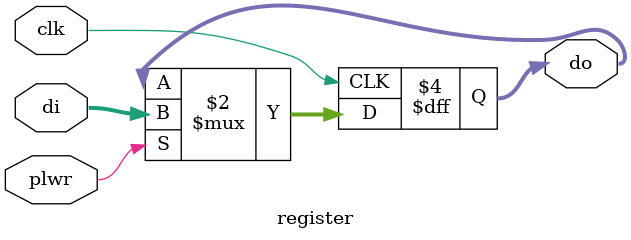
<source format=v>
`timescale 1ns / 1ps


module register(
input [3:0] di,
output reg [3:0] do,
input clk,
input plwr
);

always @(posedge clk) 
begin 
    if (plwr) begin
        do <= di;
    end
end

endmodule

</source>
